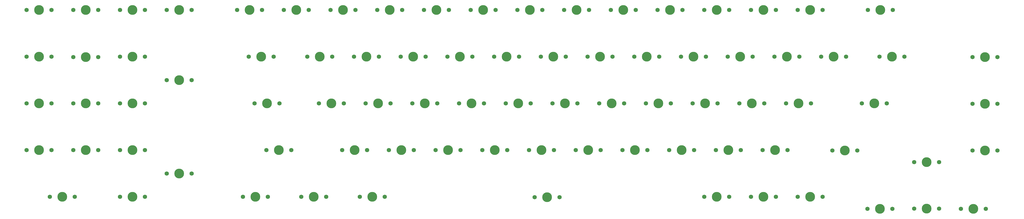
<source format=gbr>
%TF.GenerationSoftware,KiCad,Pcbnew,(6.0.1)*%
%TF.CreationDate,2022-02-12T16:29:40-05:00*%
%TF.ProjectId,PCB,5043422e-6b69-4636-9164-5f7063625858,rev?*%
%TF.SameCoordinates,Original*%
%TF.FileFunction,Soldermask,Top*%
%TF.FilePolarity,Negative*%
%FSLAX46Y46*%
G04 Gerber Fmt 4.6, Leading zero omitted, Abs format (unit mm)*
G04 Created by KiCad (PCBNEW (6.0.1)) date 2022-02-12 16:29:40*
%MOMM*%
%LPD*%
G01*
G04 APERTURE LIST*
%ADD10C,1.750000*%
%ADD11C,3.987800*%
G04 APERTURE END LIST*
D10*
%TO.C,K65*%
X351463750Y-262580751D03*
D11*
X356543750Y-262580751D03*
D10*
X361623750Y-262580751D03*
%TD*%
%TO.C,K11*%
X308601250Y-205430751D03*
D11*
X313681250Y-205430751D03*
D10*
X318761250Y-205430751D03*
%TD*%
%TO.C,K66*%
X380673750Y-262580751D03*
D11*
X375593750Y-262580751D03*
D10*
X370513750Y-262580751D03*
%TD*%
D11*
%TO.C,K22*%
X204143750Y-224480751D03*
D10*
X199063750Y-224480751D03*
X209223750Y-224480751D03*
%TD*%
%TO.C,K37*%
X108426250Y-243530751D03*
D11*
X113506250Y-243530751D03*
D10*
X118586250Y-243530751D03*
%TD*%
%TO.C,K83*%
X470376250Y-286393251D03*
X480536250Y-286393251D03*
D11*
X475456250Y-286393251D03*
%TD*%
D10*
%TO.C,K3*%
X146526250Y-205430751D03*
D11*
X151606250Y-205430751D03*
D10*
X156686250Y-205430751D03*
%TD*%
%TO.C,K43*%
X256848750Y-243530751D03*
X246688750Y-243530751D03*
D11*
X251768750Y-243530751D03*
%TD*%
D10*
%TO.C,K13*%
X346701250Y-205430751D03*
D11*
X351781250Y-205430751D03*
D10*
X356861250Y-205430751D03*
%TD*%
%TO.C,K46*%
X303838750Y-243530751D03*
X313998750Y-243530751D03*
D11*
X308918750Y-243530751D03*
%TD*%
%TO.C,K76*%
X225575000Y-281630751D03*
D10*
X230655000Y-281630751D03*
X220495000Y-281630751D03*
%TD*%
D11*
%TO.C,K12*%
X332731250Y-205430751D03*
D10*
X337811250Y-205430751D03*
X327651250Y-205430751D03*
%TD*%
%TO.C,K30*%
X356226250Y-224480751D03*
D11*
X361306250Y-224480751D03*
D10*
X366386250Y-224480751D03*
%TD*%
D11*
%TO.C,K15*%
X389881250Y-205430751D03*
D10*
X394961250Y-205430751D03*
X384801250Y-205430751D03*
%TD*%
D11*
%TO.C,K35*%
X461318750Y-224480751D03*
D10*
X456238750Y-224480751D03*
X466398750Y-224480751D03*
%TD*%
%TO.C,K48*%
X341938750Y-243530751D03*
X352098750Y-243530751D03*
D11*
X347018750Y-243530751D03*
%TD*%
%TO.C,K67*%
X394643750Y-262580751D03*
D10*
X399723750Y-262580751D03*
X389563750Y-262580751D03*
%TD*%
%TO.C,K69*%
X447198750Y-262731250D03*
D11*
X442118750Y-262731250D03*
D10*
X437038750Y-262731250D03*
%TD*%
D11*
%TO.C,K2*%
X132556250Y-205430751D03*
D10*
X127476250Y-205430751D03*
X137636250Y-205430751D03*
%TD*%
%TO.C,K63*%
X313363750Y-262580751D03*
D11*
X318443750Y-262580751D03*
D10*
X323523750Y-262580751D03*
%TD*%
D11*
%TO.C,K17*%
X427981250Y-205430751D03*
D10*
X422901250Y-205430751D03*
X433061250Y-205430751D03*
%TD*%
D11*
%TO.C,K36*%
X499268750Y-224631250D03*
D10*
X504348750Y-224631250D03*
X494188750Y-224631250D03*
%TD*%
D11*
%TO.C,K49*%
X366068750Y-243530751D03*
D10*
X360988750Y-243530751D03*
X371148750Y-243530751D03*
%TD*%
D11*
%TO.C,K40*%
X170656250Y-234005751D03*
D10*
X175736250Y-234005751D03*
X165576250Y-234005751D03*
%TD*%
%TO.C,K73*%
X156686250Y-281630751D03*
D11*
X151606250Y-281630751D03*
D10*
X146526250Y-281630751D03*
%TD*%
%TO.C,K51*%
X409248750Y-243530751D03*
D11*
X404168750Y-243530751D03*
D10*
X399088750Y-243530751D03*
%TD*%
%TO.C,K44*%
X275898750Y-243530751D03*
D11*
X270818750Y-243530751D03*
D10*
X265738750Y-243530751D03*
%TD*%
%TO.C,K47*%
X322888750Y-243530751D03*
X333048750Y-243530751D03*
D11*
X327968750Y-243530751D03*
%TD*%
%TO.C,K29*%
X342256250Y-224480751D03*
D10*
X347336250Y-224480751D03*
X337176250Y-224480751D03*
%TD*%
%TO.C,K59*%
X237163750Y-262580751D03*
X247323750Y-262580751D03*
D11*
X242243750Y-262580751D03*
%TD*%
D10*
%TO.C,K57*%
X156686250Y-262580751D03*
X146526250Y-262580751D03*
D11*
X151606250Y-262580751D03*
%TD*%
D10*
%TO.C,K55*%
X118586250Y-262580751D03*
D11*
X113506250Y-262580751D03*
D10*
X108426250Y-262580751D03*
%TD*%
%TO.C,K31*%
X385436250Y-224480751D03*
D11*
X380356250Y-224480751D03*
D10*
X375276250Y-224480751D03*
%TD*%
%TO.C,K82*%
X461486250Y-286543750D03*
X451326250Y-286543750D03*
D11*
X456406250Y-286543750D03*
%TD*%
D10*
%TO.C,K81*%
X422901250Y-281630751D03*
X433061250Y-281630751D03*
D11*
X427981250Y-281630751D03*
%TD*%
D10*
%TO.C,K20*%
X137636250Y-224631250D03*
X127476250Y-224631250D03*
D11*
X132556250Y-224631250D03*
%TD*%
%TO.C,K6*%
X218431250Y-205430751D03*
D10*
X213351250Y-205430751D03*
X223511250Y-205430751D03*
%TD*%
%TO.C,K32*%
X394326250Y-224480751D03*
D11*
X399406250Y-224480751D03*
D10*
X404486250Y-224480751D03*
%TD*%
D11*
%TO.C,K54*%
X499268750Y-243681250D03*
D10*
X494188750Y-243681250D03*
X504348750Y-243681250D03*
%TD*%
D11*
%TO.C,K26*%
X285106250Y-224480751D03*
D10*
X280026250Y-224480751D03*
X290186250Y-224480751D03*
%TD*%
%TO.C,K80*%
X414011250Y-281630751D03*
X403851250Y-281630751D03*
D11*
X408931250Y-281630751D03*
%TD*%
%TO.C,K16*%
X408931250Y-205430751D03*
D10*
X414011250Y-205430751D03*
X403851250Y-205430751D03*
%TD*%
%TO.C,K41*%
X211605000Y-243530751D03*
X201445000Y-243530751D03*
D11*
X206525000Y-243530751D03*
%TD*%
D10*
%TO.C,K4*%
X175736250Y-205430751D03*
X165576250Y-205430751D03*
D11*
X170656250Y-205430751D03*
%TD*%
%TO.C,K52*%
X423218750Y-243530751D03*
D10*
X418138750Y-243530751D03*
X428298750Y-243530751D03*
%TD*%
%TO.C,K77*%
X244307500Y-281630751D03*
X254467500Y-281630751D03*
D11*
X249387500Y-281630751D03*
%TD*%
D10*
%TO.C,K75*%
X206842500Y-281630751D03*
D11*
X201762500Y-281630751D03*
D10*
X196682500Y-281630751D03*
%TD*%
%TO.C,K28*%
X328286250Y-224480751D03*
D11*
X323206250Y-224480751D03*
D10*
X318126250Y-224480751D03*
%TD*%
%TO.C,K50*%
X380038750Y-243530751D03*
X390198750Y-243530751D03*
D11*
X385118750Y-243530751D03*
%TD*%
D10*
%TO.C,K5*%
X194301250Y-205430751D03*
D11*
X199381250Y-205430751D03*
D10*
X204461250Y-205430751D03*
%TD*%
%TO.C,K33*%
X423536250Y-224480751D03*
X413376250Y-224480751D03*
D11*
X418456250Y-224480751D03*
%TD*%
D10*
%TO.C,K62*%
X294313750Y-262580751D03*
X304473750Y-262580751D03*
D11*
X299393750Y-262580751D03*
%TD*%
D10*
%TO.C,K74*%
X175736250Y-272105751D03*
X165576250Y-272105751D03*
D11*
X170656250Y-272105751D03*
%TD*%
D10*
%TO.C,K84*%
X489426250Y-286543750D03*
D11*
X494506250Y-286543750D03*
D10*
X499586250Y-286543750D03*
%TD*%
%TO.C,K34*%
X432426250Y-224480751D03*
D11*
X437506250Y-224480751D03*
D10*
X442586250Y-224480751D03*
%TD*%
%TO.C,K61*%
X275263750Y-262580751D03*
D11*
X280343750Y-262580751D03*
D10*
X285423750Y-262580751D03*
%TD*%
%TO.C,K14*%
X365751250Y-205430751D03*
D11*
X370831250Y-205430751D03*
D10*
X375911250Y-205430751D03*
%TD*%
D11*
%TO.C,K10*%
X294631250Y-205430751D03*
D10*
X289551250Y-205430751D03*
X299711250Y-205430751D03*
%TD*%
%TO.C,K1*%
X118586250Y-205430751D03*
X108426250Y-205430751D03*
D11*
X113506250Y-205430751D03*
%TD*%
D10*
%TO.C,K79*%
X384801250Y-281630751D03*
D11*
X389881250Y-281630751D03*
D10*
X394961250Y-281630751D03*
%TD*%
D11*
%TO.C,K23*%
X227956250Y-224480751D03*
D10*
X222876250Y-224480751D03*
X233036250Y-224480751D03*
%TD*%
%TO.C,K8*%
X251451250Y-205430751D03*
X261611250Y-205430751D03*
D11*
X256531250Y-205430751D03*
%TD*%
D10*
%TO.C,K71*%
X494188750Y-262731250D03*
X504348750Y-262731250D03*
D11*
X499268750Y-262731250D03*
%TD*%
D10*
%TO.C,K70*%
X480536250Y-267493750D03*
D11*
X475456250Y-267493750D03*
D10*
X470376250Y-267493750D03*
%TD*%
%TO.C,K18*%
X451476250Y-205430751D03*
D11*
X456556250Y-205430751D03*
D10*
X461636250Y-205430751D03*
%TD*%
%TO.C,K78*%
X325746250Y-281789501D03*
X315586250Y-281789501D03*
D11*
X320666250Y-281789501D03*
%TD*%
%TO.C,K25*%
X266056250Y-224480751D03*
D10*
X271136250Y-224480751D03*
X260976250Y-224480751D03*
%TD*%
D11*
%TO.C,K53*%
X454175000Y-243530751D03*
D10*
X449095000Y-243530751D03*
X459255000Y-243530751D03*
%TD*%
%TO.C,K72*%
X117951250Y-281630751D03*
X128111250Y-281630751D03*
D11*
X123031250Y-281630751D03*
%TD*%
D10*
%TO.C,K7*%
X242561250Y-205430751D03*
D11*
X237481250Y-205430751D03*
D10*
X232401250Y-205430751D03*
%TD*%
D11*
%TO.C,K24*%
X247006250Y-224480751D03*
D10*
X252086250Y-224480751D03*
X241926250Y-224480751D03*
%TD*%
%TO.C,K21*%
X146526250Y-224480751D03*
X156686250Y-224480751D03*
D11*
X151606250Y-224480751D03*
%TD*%
D10*
%TO.C,K38*%
X127476250Y-243530751D03*
D11*
X132556250Y-243530751D03*
D10*
X137636250Y-243530751D03*
%TD*%
%TO.C,K58*%
X216367500Y-262580751D03*
D11*
X211287500Y-262580751D03*
D10*
X206207500Y-262580751D03*
%TD*%
%TO.C,K68*%
X408613750Y-262580751D03*
D11*
X413693750Y-262580751D03*
D10*
X418773750Y-262580751D03*
%TD*%
%TO.C,K42*%
X237798750Y-243530751D03*
D11*
X232718750Y-243530751D03*
D10*
X227638750Y-243530751D03*
%TD*%
%TO.C,K45*%
X284788750Y-243530751D03*
D11*
X289868750Y-243530751D03*
D10*
X294948750Y-243530751D03*
%TD*%
D11*
%TO.C,K9*%
X275581250Y-205430751D03*
D10*
X280661250Y-205430751D03*
X270501250Y-205430751D03*
%TD*%
D11*
%TO.C,K39*%
X151606250Y-243530751D03*
D10*
X146526250Y-243530751D03*
X156686250Y-243530751D03*
%TD*%
%TO.C,K56*%
X137636250Y-262580751D03*
D11*
X132556250Y-262580751D03*
D10*
X127476250Y-262580751D03*
%TD*%
D11*
%TO.C,K27*%
X304156250Y-224480751D03*
D10*
X309236250Y-224480751D03*
X299076250Y-224480751D03*
%TD*%
%TO.C,K60*%
X266373750Y-262580751D03*
X256213750Y-262580751D03*
D11*
X261293750Y-262580751D03*
%TD*%
D10*
%TO.C,K19*%
X108426250Y-224480751D03*
X118586250Y-224480751D03*
D11*
X113506250Y-224480751D03*
%TD*%
%TO.C,K64*%
X337493750Y-262580751D03*
D10*
X332413750Y-262580751D03*
X342573750Y-262580751D03*
%TD*%
M02*

</source>
